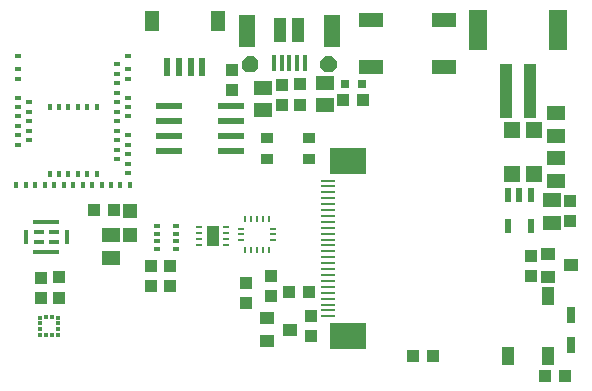
<source format=gbr>
G04 EAGLE Gerber RS-274X export*
G75*
%MOMM*%
%FSLAX34Y34*%
%LPD*%
%INSolderpaste Top*%
%IPPOS*%
%AMOC8*
5,1,8,0,0,1.08239X$1,22.5*%
G01*
%ADD10R,2.000000X1.200000*%
%ADD11R,0.550000X1.200000*%
%ADD12R,1.000000X4.600000*%
%ADD13R,1.600000X3.400000*%
%ADD14R,0.400000X1.350000*%
%ADD15R,1.000000X2.000000*%
%ADD16R,1.400000X2.700000*%
%ADD17R,1.400000X1.400000*%
%ADD18R,0.800000X0.800000*%
%ADD19R,0.600000X0.400000*%
%ADD20R,0.400000X0.600000*%
%ADD21R,2.200000X0.600000*%
%ADD22R,1.000000X0.850000*%
%ADD23R,1.000000X1.075000*%
%ADD24R,1.500000X1.240000*%
%ADD25R,1.075000X1.000000*%
%ADD26R,1.300000X1.200000*%
%ADD27R,0.250000X0.500000*%
%ADD28R,0.500000X0.250000*%
%ADD29R,0.350000X0.325000*%
%ADD30R,0.325000X0.350000*%
%ADD31R,1.000000X1.700000*%
%ADD32R,0.600000X0.250000*%
%ADD33R,0.450000X1.200000*%
%ADD34R,2.200000X0.450000*%
%ADD35R,0.950000X0.450000*%
%ADD36R,0.500000X0.350000*%
%ADD37R,0.600000X1.550000*%
%ADD38R,1.200000X1.800000*%
%ADD39R,1.250000X0.280000*%
%ADD40R,3.100000X2.300000*%
%ADD41R,1.200000X1.000000*%
%ADD42R,1.000000X1.500000*%
%ADD43R,0.800000X1.350000*%

G36*
X295904Y363934D02*
X295904Y363934D01*
X295995Y363941D01*
X296025Y363953D01*
X296057Y363959D01*
X296137Y364001D01*
X296221Y364037D01*
X296253Y364063D01*
X296274Y364074D01*
X296296Y364097D01*
X296352Y364142D01*
X299908Y367698D01*
X299961Y367772D01*
X300021Y367841D01*
X300033Y367871D01*
X300052Y367897D01*
X300079Y367984D01*
X300113Y368069D01*
X300117Y368110D01*
X300124Y368133D01*
X300123Y368165D01*
X300131Y368236D01*
X300131Y373316D01*
X300117Y373406D01*
X300109Y373497D01*
X300097Y373527D01*
X300092Y373559D01*
X300049Y373639D01*
X300013Y373723D01*
X299987Y373755D01*
X299976Y373776D01*
X299953Y373798D01*
X299908Y373854D01*
X296352Y377410D01*
X296278Y377463D01*
X296209Y377523D01*
X296179Y377535D01*
X296153Y377554D01*
X296066Y377581D01*
X295981Y377615D01*
X295940Y377619D01*
X295917Y377626D01*
X295885Y377625D01*
X295814Y377633D01*
X290734Y377633D01*
X290644Y377619D01*
X290553Y377611D01*
X290523Y377599D01*
X290491Y377594D01*
X290411Y377551D01*
X290327Y377515D01*
X290295Y377489D01*
X290274Y377478D01*
X290263Y377467D01*
X290262Y377466D01*
X290249Y377453D01*
X290196Y377410D01*
X286386Y373600D01*
X286333Y373526D01*
X286273Y373457D01*
X286261Y373427D01*
X286242Y373401D01*
X286215Y373314D01*
X286209Y373298D01*
X286191Y373259D01*
X286190Y373250D01*
X286181Y373229D01*
X286177Y373188D01*
X286170Y373165D01*
X286171Y373133D01*
X286163Y373062D01*
X286163Y368236D01*
X286178Y368146D01*
X286185Y368055D01*
X286197Y368025D01*
X286203Y367993D01*
X286245Y367913D01*
X286281Y367829D01*
X286307Y367797D01*
X286318Y367776D01*
X286341Y367754D01*
X286386Y367698D01*
X289942Y364142D01*
X290016Y364089D01*
X290085Y364029D01*
X290115Y364017D01*
X290141Y363998D01*
X290228Y363971D01*
X290313Y363937D01*
X290354Y363933D01*
X290377Y363926D01*
X290409Y363927D01*
X290480Y363919D01*
X295814Y363919D01*
X295904Y363934D01*
G37*
G36*
X229610Y363934D02*
X229610Y363934D01*
X229701Y363941D01*
X229731Y363953D01*
X229763Y363959D01*
X229843Y364001D01*
X229927Y364037D01*
X229959Y364063D01*
X229980Y364074D01*
X230002Y364097D01*
X230058Y364142D01*
X233614Y367698D01*
X233667Y367772D01*
X233727Y367841D01*
X233739Y367871D01*
X233758Y367897D01*
X233785Y367984D01*
X233819Y368069D01*
X233823Y368110D01*
X233830Y368133D01*
X233829Y368165D01*
X233837Y368236D01*
X233837Y373316D01*
X233823Y373406D01*
X233815Y373497D01*
X233803Y373527D01*
X233798Y373559D01*
X233755Y373639D01*
X233719Y373723D01*
X233693Y373755D01*
X233682Y373776D01*
X233659Y373798D01*
X233614Y373854D01*
X230058Y377410D01*
X229984Y377463D01*
X229915Y377523D01*
X229885Y377535D01*
X229859Y377554D01*
X229772Y377581D01*
X229687Y377615D01*
X229646Y377619D01*
X229623Y377626D01*
X229591Y377625D01*
X229520Y377633D01*
X224440Y377633D01*
X224350Y377619D01*
X224259Y377611D01*
X224229Y377599D01*
X224197Y377594D01*
X224117Y377551D01*
X224033Y377515D01*
X224001Y377489D01*
X223980Y377478D01*
X223969Y377467D01*
X223968Y377466D01*
X223955Y377453D01*
X223902Y377410D01*
X220092Y373600D01*
X220039Y373526D01*
X219979Y373457D01*
X219967Y373427D01*
X219948Y373401D01*
X219921Y373314D01*
X219915Y373298D01*
X219897Y373259D01*
X219896Y373250D01*
X219887Y373229D01*
X219883Y373188D01*
X219876Y373165D01*
X219877Y373133D01*
X219869Y373062D01*
X219869Y368236D01*
X219884Y368146D01*
X219891Y368055D01*
X219903Y368025D01*
X219909Y367993D01*
X219951Y367913D01*
X219987Y367829D01*
X220013Y367797D01*
X220024Y367776D01*
X220047Y367754D01*
X220092Y367698D01*
X223648Y364142D01*
X223722Y364089D01*
X223791Y364029D01*
X223821Y364017D01*
X223847Y363998D01*
X223934Y363971D01*
X224019Y363937D01*
X224060Y363933D01*
X224083Y363926D01*
X224115Y363927D01*
X224186Y363919D01*
X229520Y363919D01*
X229610Y363934D01*
G37*
D10*
X391000Y368000D03*
X329000Y368000D03*
X329000Y408000D03*
X391000Y408000D03*
D11*
X464238Y259701D03*
X454738Y259701D03*
X445238Y259701D03*
X445238Y233699D03*
X464238Y233699D03*
D12*
X443500Y348000D03*
X463500Y348000D03*
D13*
X419500Y400000D03*
X487500Y400000D03*
D14*
X273000Y372170D03*
X266500Y372170D03*
X260000Y372170D03*
X253500Y372170D03*
X247000Y372170D03*
D15*
X267500Y399920D03*
X252500Y399920D03*
D16*
X296000Y399120D03*
X224000Y399120D03*
D17*
X448222Y277726D03*
X448222Y314726D03*
D18*
X321775Y353855D03*
X306775Y353855D03*
D19*
X30500Y377500D03*
X30500Y358500D03*
X30500Y342500D03*
X39500Y338500D03*
X39500Y330500D03*
X39500Y322500D03*
X30500Y318500D03*
X39500Y314500D03*
X30500Y310500D03*
X39500Y306500D03*
X30500Y302500D03*
X30500Y326500D03*
D20*
X29000Y268500D03*
D19*
X30500Y334500D03*
D20*
X37000Y268500D03*
D19*
X30500Y366500D03*
D20*
X45000Y268500D03*
X53000Y268500D03*
X61000Y268500D03*
X69000Y268500D03*
X77000Y268500D03*
X85000Y268500D03*
X93000Y268500D03*
X65000Y277500D03*
X73000Y277500D03*
X81000Y277500D03*
X89000Y277500D03*
X97000Y277500D03*
X117000Y268500D03*
X101000Y268500D03*
X109000Y268500D03*
X125000Y268500D03*
D19*
X123500Y278500D03*
X123500Y286500D03*
X123500Y294500D03*
X114500Y298500D03*
X114500Y306500D03*
X123500Y302500D03*
X114500Y290500D03*
D20*
X57000Y277500D03*
D19*
X123500Y310500D03*
X114500Y314500D03*
X114500Y322500D03*
X123500Y326500D03*
X114500Y330500D03*
X123500Y334500D03*
X114500Y338500D03*
X123500Y342500D03*
X114500Y346500D03*
X114500Y354500D03*
X123500Y358500D03*
X114500Y362500D03*
X123500Y366500D03*
X114500Y370500D03*
X123500Y377500D03*
D20*
X57000Y334500D03*
X65000Y334500D03*
X73000Y334500D03*
X81000Y334500D03*
X89000Y334500D03*
X97000Y334500D03*
D21*
X158470Y323020D03*
X210470Y323020D03*
X158470Y335720D03*
X158470Y310320D03*
X158470Y297620D03*
X210470Y335720D03*
X210470Y310320D03*
X210470Y297620D03*
D22*
X241522Y308278D03*
X276522Y308278D03*
X241522Y290778D03*
X276522Y290778D03*
D23*
X497884Y254636D03*
X497884Y237636D03*
X211229Y365731D03*
X211229Y348731D03*
D24*
X481989Y255620D03*
X481989Y236620D03*
X289915Y336220D03*
X289915Y355220D03*
X485564Y290948D03*
X485564Y271948D03*
X108813Y207047D03*
X108813Y226047D03*
X485555Y310338D03*
X485555Y329338D03*
D25*
X322798Y340219D03*
X305798Y340219D03*
D23*
X268910Y353600D03*
X268910Y336600D03*
X253705Y353485D03*
X253705Y336485D03*
D26*
X125434Y226289D03*
X125434Y246609D03*
D25*
X259320Y177545D03*
X276320Y177545D03*
D17*
X467000Y277850D03*
X467000Y314850D03*
D25*
X94310Y247460D03*
X111310Y247460D03*
D27*
X222735Y213060D03*
X227735Y213060D03*
X232735Y213060D03*
X237735Y213060D03*
X242735Y213060D03*
D28*
X246235Y221560D03*
X246235Y226560D03*
X246235Y231560D03*
D27*
X242735Y240060D03*
X237735Y240060D03*
X232735Y240060D03*
X227735Y240060D03*
X222735Y240060D03*
D28*
X219235Y231560D03*
X219235Y226560D03*
X219235Y221560D03*
D29*
X64200Y146225D03*
X64200Y151225D03*
X49200Y151225D03*
X49200Y146225D03*
X49200Y141225D03*
X49200Y156225D03*
X64200Y156225D03*
D30*
X59175Y156300D03*
X54175Y156300D03*
X54175Y141300D03*
X59175Y141300D03*
D29*
X64100Y141275D03*
D23*
X64972Y190160D03*
X64972Y173160D03*
D24*
X237470Y350850D03*
X237470Y331850D03*
D23*
X143230Y199855D03*
X143230Y182855D03*
X158710Y199855D03*
X158710Y182855D03*
D31*
X195170Y225560D03*
D32*
X183670Y233060D03*
X183670Y228060D03*
X183670Y223060D03*
X183670Y218060D03*
X206670Y218060D03*
X206670Y223060D03*
X206670Y228060D03*
X206670Y233060D03*
D33*
X36795Y224340D03*
X71795Y224340D03*
D34*
X54295Y236840D03*
X54295Y211840D03*
D35*
X60545Y228590D03*
X60545Y220090D03*
X48045Y220090D03*
X48045Y228590D03*
D36*
X164000Y233680D03*
X164000Y227180D03*
X164000Y220680D03*
X164000Y214180D03*
X148000Y214180D03*
X148000Y220680D03*
X148000Y227180D03*
X148000Y233680D03*
D37*
X176450Y368560D03*
X166450Y368560D03*
X186450Y368560D03*
X156450Y368560D03*
D38*
X199450Y407560D03*
X143450Y407560D03*
D39*
X292940Y272260D03*
X292940Y267260D03*
X292940Y262260D03*
X292940Y257260D03*
X292940Y252260D03*
X292940Y247260D03*
X292940Y242260D03*
X292940Y237260D03*
X292940Y232260D03*
X292940Y227260D03*
X292940Y222260D03*
X292940Y217260D03*
X292940Y212260D03*
X292940Y207260D03*
X292940Y202260D03*
X292940Y197260D03*
X292940Y192260D03*
X292940Y187260D03*
X292940Y182260D03*
X292940Y177260D03*
X292940Y172260D03*
X292940Y167260D03*
X292940Y162260D03*
X292940Y157260D03*
D40*
X309500Y140560D03*
X309500Y288960D03*
D23*
X244475Y174380D03*
X244475Y191380D03*
D41*
X260825Y146050D03*
X240825Y136550D03*
X240825Y155550D03*
D23*
X278130Y140725D03*
X278130Y157725D03*
D25*
X493259Y106934D03*
X476259Y106934D03*
X381499Y123571D03*
X364499Y123571D03*
D23*
X223139Y185284D03*
X223139Y168284D03*
X49530Y189840D03*
X49530Y172840D03*
D42*
X479423Y123479D03*
X479423Y174479D03*
X445423Y123479D03*
D41*
X498696Y200406D03*
X478696Y190906D03*
X478696Y209906D03*
D23*
X464312Y208652D03*
X464312Y191652D03*
D43*
X498602Y132588D03*
X498602Y157988D03*
M02*

</source>
